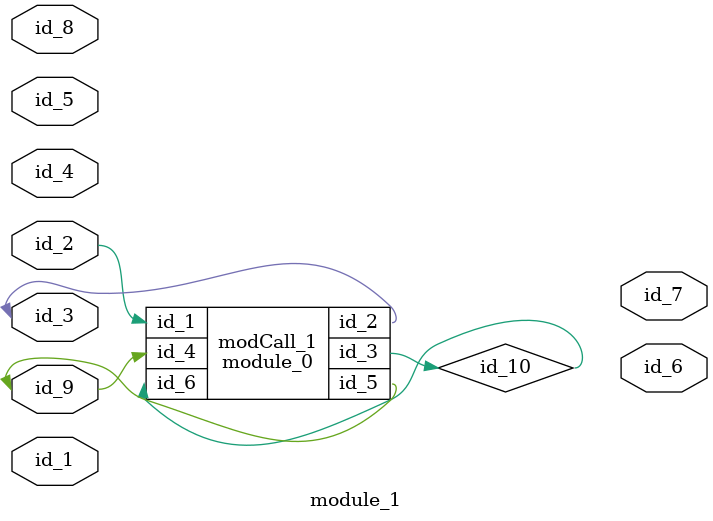
<source format=v>
module module_0 (
    id_1,
    id_2,
    id_3,
    id_4,
    id_5,
    id_6
);
  input wire id_6;
  inout wire id_5;
  input wire id_4;
  inout wire id_3;
  inout wire id_2;
  input wire id_1;
  wire id_7 = id_4;
  wire id_8, id_9;
endmodule
module module_1 (
    id_1,
    id_2,
    id_3,
    id_4,
    id_5,
    id_6,
    id_7,
    id_8,
    id_9
);
  inout wire id_9;
  input wire id_8;
  output wire id_7;
  output wire id_6;
  inout wire id_5;
  input wire id_4;
  inout wire id_3;
  inout wire id_2;
  inout wire id_1;
  wire id_10;
  wire id_11;
  module_0 modCall_1 (
      id_2,
      id_3,
      id_10,
      id_9,
      id_9,
      id_10
  );
endmodule

</source>
